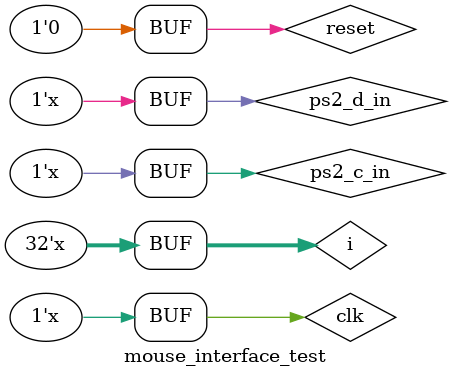
<source format=v>
module mouse_interface_test;

integer i=0;
reg clk,reset,ps2_c_in,ps2_d_in;
wire [8:0] xm,ym;
wire [2:0] button;
wire mouse_done;
wire ps2_d_out,ps2_c_out;
wire [2:0] state_reg;

mouse_interface u1(clk,reset,ps2_c_in,ps2_d_in,ps2_c_out,ps2_d_out,xm,ym,button,mouse_done,state_reg);

initial 
begin
	clk=0; reset=1; 
	ps2_c_in=0; ps2_d_in=0;
	#20 begin reset=0; end
	 
end

always  
#400 begin if(state_reg>=4)
ps2_d_in=i;
i=i+1;  end

always 
#10 clk=!clk;
always
#200 ps2_c_in=!ps2_c_in;

endmodule

</source>
